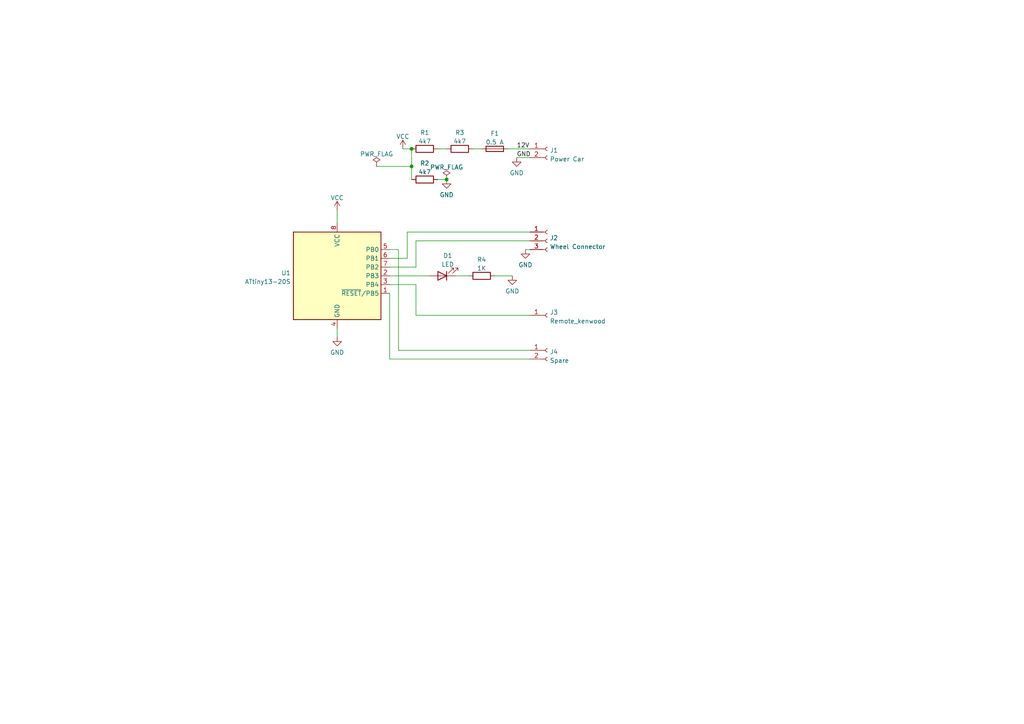
<source format=kicad_sch>
(kicad_sch (version 20211123) (generator eeschema)
  (paper "A4")
  (lib_symbols
    (symbol "Connector:Conn_01x01_Female" (pin_names (offset 1.016) hide)
      (property "Reference" "J" (at 0 2.54 0))
      (property "Value" "Conn_01x01_Female" (at 0 -2.54 0))
      (symbol "Conn_01x01_Female_1_1"
        (polyline (pts (xy -1.27 0) (xy -0.508 0)) (stroke (width 0.1524)))
        (arc (start 0 0.508) (mid -0.508 0) (end 0 -0.508) (stroke (width 0.1524)))
        (pin passive line (at -5.08 0 0) (length 3.81) (name "Pin_1") (number "1"))
      )
    )
    (symbol "Connector:Conn_01x02_Female" (pin_names (offset 1.016) hide)
      (property "Reference" "J" (at 0 2.54 0))
      (property "Value" "Conn_01x02_Female" (at 0 -5.08 0))
      (symbol "Conn_01x02_Female_1_1"
        (arc (start 0 -2.032) (mid -0.508 -2.54) (end 0 -3.048) (stroke (width 0.1524)))
        (polyline (pts (xy -1.27 -2.54) (xy -0.508 -2.54)) (stroke (width 0.1524)))
        (polyline (pts (xy -1.27 0) (xy -0.508 0)) (stroke (width 0.1524)))
        (arc (start 0 0.508) (mid -0.508 0) (end 0 -0.508) (stroke (width 0.1524)))
        (pin passive line (at -5.08 0 0) (length 3.81) (name "Pin_1") (number "1"))
        (pin passive line (at -5.08 -2.54 0) (length 3.81) (name "Pin_2") (number "2"))
      )
    )
    (symbol "Connector:Conn_01x03_Female" (pin_names (offset 1.016) hide)
      (property "Reference" "J" (at 0 5.08 0))
      (property "Value" "Conn_01x03_Female" (at 0 -5.08 0))
      (symbol "Conn_01x03_Female_1_1"
        (arc (start 0 -2.032) (mid -0.508 -2.54) (end 0 -3.048) (stroke (width 0.1524)))
        (polyline (pts (xy -1.27 -2.54) (xy -0.508 -2.54)) (stroke (width 0.1524)))
        (polyline (pts (xy -1.27 0) (xy -0.508 0)) (stroke (width 0.1524)))
        (polyline (pts (xy -1.27 2.54) (xy -0.508 2.54)) (stroke (width 0.1524)))
        (arc (start 0 0.508) (mid -0.508 0) (end 0 -0.508) (stroke (width 0.1524)))
        (arc (start 0 3.048) (mid -0.508 2.54) (end 0 2.032) (stroke (width 0.1524)))
        (pin passive line (at -5.08 2.54 0) (length 3.81) (name "Pin_1") (number "1"))
        (pin passive line (at -5.08 0 0) (length 3.81) (name "Pin_2") (number "2"))
        (pin passive line (at -5.08 -2.54 0) (length 3.81) (name "Pin_3") (number "3"))
      )
    )
    (symbol "Device:Fuse" (pin_numbers hide) (pin_names (offset 0))
      (property "Reference" "F" (at 2.032 0 90))
      (property "Value" "Fuse" (at -1.905 0 90))
      (symbol "Fuse_0_1"
        (rectangle (start -0.762 -2.54) (end 0.762 2.54) (stroke (width 0.254)))
        (polyline (pts (xy 0 2.54) (xy 0 -2.54)))
      )
      (symbol "Fuse_1_1"
        (pin passive line (at 0 3.81 270) (length 1.27) (name "~") (number "1"))
        (pin passive line (at 0 -3.81 90) (length 1.27) (name "~") (number "2"))
      )
    )
    (symbol "Device:LED" (pin_numbers hide) (pin_names (offset 1.016) hide)
      (property "Reference" "D" (at 0 2.54 0))
      (property "Value" "LED" (at 0 -2.54 0))
      (symbol "LED_0_1"
        (polyline (pts (xy -1.27 -1.27) (xy -1.27 1.27)) (stroke (width 0.254)))
        (polyline (pts (xy -1.27 0) (xy 1.27 0)))
        (polyline (pts (xy 1.27 -1.27) (xy 1.27 1.27) (xy -1.27 0) (xy 1.27 -1.27)) (stroke (width 0.254)))
        (polyline (pts (xy -3.048 -0.762) (xy -4.572 -2.286) (xy -3.81 -2.286) (xy -4.572 -2.286) (xy -4.572 -1.524)))
        (polyline (pts (xy -1.778 -0.762) (xy -3.302 -2.286) (xy -2.54 -2.286) (xy -3.302 -2.286) (xy -3.302 -1.524)))
      )
      (symbol "LED_1_1"
        (pin passive line (at -3.81 0 0) (length 2.54) (name "K") (number "1"))
        (pin passive line (at 3.81 0 180) (length 2.54) (name "A") (number "2"))
      )
    )
    (symbol "Device:R" (pin_numbers hide) (pin_names (offset 0))
      (property "Reference" "R" (at 2.032 0 90))
      (property "Value" "R" (at 0 0 90))
      (symbol "R_0_1"
        (rectangle (start -1.016 -2.54) (end 1.016 2.54) (stroke (width 0.254)))
      )
      (symbol "R_1_1"
        (pin passive line (at 0 3.81 270) (length 1.27) (name "~") (number "1"))
        (pin passive line (at 0 -3.81 90) (length 1.27) (name "~") (number "2"))
      )
    )
    (symbol "MCU_Microchip_ATtiny:ATtiny13-20S"
      (property "Reference" "U" (at -12.7 13.97 0))
      (property "Value" "ATtiny13-20S" (at 2.54 -13.97 0))
      (symbol "ATtiny13-20S_0_1"
        (rectangle (start -12.7 -12.7) (end 12.7 12.7) (stroke (width 0.254)) (fill (type background)))
      )
      (symbol "ATtiny13-20S_1_1"
        (pin bidirectional line (at 15.24 -5.08 180) (length 2.54) (name "~{RESET}/PB5") (number "1"))
        (pin bidirectional line (at 15.24 0 180) (length 2.54) (name "PB3") (number "2"))
        (pin bidirectional line (at 15.24 -2.54 180) (length 2.54) (name "PB4") (number "3"))
        (pin power_in line (at 0 -15.24 90) (length 2.54) (name "GND") (number "4"))
        (pin bidirectional line (at 15.24 7.62 180) (length 2.54) (name "PB0") (number "5"))
        (pin bidirectional line (at 15.24 5.08 180) (length 2.54) (name "PB1") (number "6"))
        (pin bidirectional line (at 15.24 2.54 180) (length 2.54) (name "PB2") (number "7"))
        (pin power_in line (at 0 15.24 270) (length 2.54) (name "VCC") (number "8"))
      )
    )
    (symbol "power:GND" (power) (pin_names (offset 0))
      (property "Value" "GND" (at 0 -3.81 0))
      (symbol "GND_0_1"
        (polyline (pts (xy 0 0) (xy 0 -1.27) (xy 1.27 -1.27) (xy 0 -2.54) (xy -1.27 -1.27) (xy 0 -1.27)))
      )
      (symbol "GND_1_1"
        (pin power_in line (at 0 0 270) (length 0) hide (name "GND") (number "1"))
      )
    )
    (symbol "power:PWR_FLAG" (power) (pin_numbers hide) (pin_names (offset 0) hide)
      (property "Value" "PWR_FLAG" (at 0 3.81 0))
      (symbol "PWR_FLAG_0_0"
        (pin power_out line (at 0 0 90) (length 0) (name "pwr") (number "1"))
      )
      (symbol "PWR_FLAG_0_1"
        (polyline (pts (xy 0 0) (xy 0 1.27) (xy -1.016 1.905) (xy 0 2.54) (xy 1.016 1.905) (xy 0 1.27)))
      )
    )
    (symbol "power:VCC" (power) (pin_names (offset 0))
      (property "Value" "VCC" (at 0 3.81 0))
      (symbol "VCC_0_1"
        (polyline (pts (xy -0.762 1.27) (xy 0 2.54)))
        (polyline (pts (xy 0 0) (xy 0 2.54)))
        (polyline (pts (xy 0 2.54) (xy 0.762 1.27)))
      )
      (symbol "VCC_1_1"
        (pin power_in line (at 0 0 90) (length 0) hide (name "VCC") (number "1"))
      )
    )
  )
  (junction (at 119.38 43.18))
  (junction (at 129.54 52.07))
  (junction (at 119.38 48.26))
  (wire (pts (xy 132.08 80.01) (xy 135.89 80.01)))
  (wire (pts (xy 113.03 85.09) (xy 113.03 104.14)))
  (wire (pts (xy 118.11 67.31) (xy 118.11 74.93)))
  (wire (pts (xy 153.67 67.31) (xy 118.11 67.31)))
  (wire (pts (xy 120.65 82.55) (xy 113.03 82.55)))
  (wire (pts (xy 116.84 43.18) (xy 119.38 43.18)))
  (wire (pts (xy 115.57 101.6) (xy 153.67 101.6)))
  (wire (pts (xy 119.38 48.26) (xy 119.38 52.07)))
  (wire (pts (xy 153.67 69.85) (xy 120.65 69.85)))
  (wire (pts (xy 109.22 48.26) (xy 119.38 48.26)))
  (wire (pts (xy 113.03 72.39) (xy 115.57 72.39)))
  (wire (pts (xy 127 43.18) (xy 129.54 43.18)))
  (wire (pts (xy 115.57 72.39) (xy 115.57 101.6)))
  (wire (pts (xy 127 52.07) (xy 129.54 52.07)))
  (wire (pts (xy 118.11 74.93) (xy 113.03 74.93)))
  (wire (pts (xy 120.65 69.85) (xy 120.65 77.47)))
  (wire (pts (xy 137.16 43.18) (xy 139.7 43.18)))
  (wire (pts (xy 152.4 72.39) (xy 153.67 72.39)))
  (wire (pts (xy 120.65 77.47) (xy 113.03 77.47)))
  (wire (pts (xy 97.79 95.25) (xy 97.79 97.79)))
  (wire (pts (xy 143.51 80.01) (xy 148.59 80.01)))
  (wire (pts (xy 120.65 91.44) (xy 120.65 82.55)))
  (wire (pts (xy 113.03 104.14) (xy 153.67 104.14)))
  (wire (pts (xy 149.86 45.72) (xy 153.67 45.72)))
  (wire (pts (xy 119.38 43.18) (xy 119.38 48.26)))
  (wire (pts (xy 147.32 43.18) (xy 153.67 43.18)))
  (wire (pts (xy 97.79 60.96) (xy 97.79 64.77)))
  (wire (pts (xy 153.67 91.44) (xy 120.65 91.44)))
  (wire (pts (xy 113.03 80.01) (xy 124.46 80.01)))
  (label "12V" (at 149.86 43.18 0))
  (label "GND" (at 149.86 45.72 0))
  (symbol (lib_id "power:GND") (at 149.86 45.72 0) (unit 1)
    (property "Reference" "#PWR06" (effects hide))
    (property "Value" "GND" (at 149.86 50.1634 0))
  )
  (symbol (lib_id "power:VCC") (at 116.84 43.18 0) (unit 1)
    (property "Reference" "#PWR03" (effects hide))
    (property "Value" "VCC" (at 116.84 39.6042 0))
  )
  (symbol (lib_id "power:PWR_FLAG") (at 129.54 52.07 0) (unit 1)
    (property "Reference" "#FLG02" (effects hide))
    (property "Value" "PWR_FLAG" (at 129.54 48.4942 0))
  )
  (symbol (lib_id "Connector:Conn_01x01_Female") (at 158.75 91.44 0) (unit 1)
    (property "Reference" "J3" (at 159.4612 90.6053 0) (effects (justify left)))
    (property "Value" "Remote_kenwood" (at 159.4612 93.1422 0) (effects (justify left)))
  )
  (symbol (lib_id "Device:R") (at 139.7 80.01 90) (unit 1)
    (property "Reference" "R4" (at 139.7 75.2942 90))
    (property "Value" "1K" (at 139.7 77.8311 90))
    (property "Footprint" "Resistor_THT:R_Axial_DIN0204_L3.6mm_D1.6mm_P5.08mm_Horizontal" (effects hide))
  )
  (symbol (lib_id "Connector:Conn_01x03_Female") (at 158.75 69.85 0) (unit 1)
    (property "Reference" "J2" (at 159.4612 69.0153 0) (effects (justify left)))
    (property "Value" "Wheel Connector" (at 159.4612 71.5522 0) (effects (justify left)))
  )
  (symbol (lib_id "power:PWR_FLAG") (at 109.22 48.26 0) (unit 1)
    (property "Reference" "#FLG01" (effects hide))
    (property "Value" "PWR_FLAG" (at 109.22 44.6842 0))
  )
  (symbol (lib_id "power:VCC") (at 97.79 60.96 0) (unit 1)
    (property "Reference" "#PWR01" (effects hide))
    (property "Value" "VCC" (at 97.79 57.3842 0))
  )
  (symbol (lib_id "Device:R") (at 123.19 52.07 90) (unit 1)
    (property "Reference" "R2" (at 123.19 47.3542 90))
    (property "Value" "4k7" (at 123.19 49.8911 90))
    (property "Footprint" "Resistor_THT:R_Axial_DIN0207_L6.3mm_D2.5mm_P10.16mm_Horizontal" (effects hide))
  )
  (symbol (lib_id "power:GND") (at 152.4 72.39 0) (unit 1)
    (property "Reference" "#PWR07" (effects hide))
    (property "Value" "GND" (at 152.4 76.8334 0))
  )
  (symbol (lib_id "Device:R") (at 133.35 43.18 90) (unit 1)
    (property "Reference" "R3" (at 133.35 38.4642 90))
    (property "Value" "4k7" (at 133.35 41.0011 90))
    (property "Footprint" "Resistor_THT:R_Axial_DIN0207_L6.3mm_D2.5mm_P10.16mm_Horizontal" (effects hide))
  )
  (symbol (lib_id "power:GND") (at 148.59 80.01 0) (unit 1)
    (property "Reference" "#PWR05" (effects hide))
    (property "Value" "GND" (at 148.59 84.4534 0))
  )
  (symbol (lib_id "Device:R") (at 123.19 43.18 90) (unit 1)
    (property "Reference" "R1" (at 123.19 38.4642 90))
    (property "Value" "4k7" (at 123.19 41.0011 90))
    (property "Footprint" "Resistor_THT:R_Axial_DIN0207_L6.3mm_D2.5mm_P10.16mm_Horizontal" (effects hide))
  )
  (symbol (lib_id "Connector:Conn_01x02_Female") (at 158.75 101.6 0) (unit 1)
    (property "Reference" "J4" (at 159.4612 102.0353 0) (effects (justify left)))
    (property "Value" "Spare" (at 159.4612 104.5722 0) (effects (justify left)))
  )
  (symbol (lib_id "power:GND") (at 97.79 97.79 0) (unit 1)
    (property "Reference" "#PWR02" (effects hide))
    (property "Value" "GND" (at 97.79 102.2334 0))
  )
  (symbol (lib_id "Device:Fuse") (at 143.51 43.18 90) (unit 1)
    (property "Reference" "F1" (at 143.51 38.7182 90))
    (property "Value" "0.5 A" (at 143.51 41.2551 90))
    (property "Footprint" "Fuse:Fuseholder_Clip-5x20mm_Bel_FC-203-22_Lateral_P17.80x5.00mm_D1.17mm_Horizontal" (effects hide))
  )
  (symbol (lib_id "Device:LED") (at 128.27 80.01 180) (unit 1)
    (property "Reference" "D1" (at 129.8575 74.1512 0))
    (property "Value" "LED" (at 129.8575 76.6881 0))
    (property "Footprint" "LED_SMD:LED_0805_2012Metric_Pad1.15x1.40mm_HandSolder" (effects hide))
  )
  (symbol (lib_id "MCU_Microchip_ATtiny:ATtiny13-20S") (at 97.79 80.01 0) (unit 1)
    (property "Reference" "U1" (at 84.3281 79.1753 0) (effects (justify right)))
    (property "Value" "ATtiny13-20S" (at 84.3281 81.7122 0) (effects (justify right)))
    (property "Footprint" "Package_SO:SOIC-8W_5.3x5.3mm_P1.27mm" (effects hide))
    (property "Datasheet" "http://ww1.microchip.com/downloads/en/DeviceDoc/doc2535.pdf" (effects hide))
  )
  (symbol (lib_id "power:GND") (at 129.54 52.07 0) (unit 1)
    (property "Reference" "#PWR04" (effects hide))
    (property "Value" "GND" (at 129.54 56.5134 0))
  )
  (symbol (lib_id "Connector:Conn_01x02_Female") (at 158.75 43.18 0) (unit 1)
    (property "Reference" "J1" (at 159.4612 43.6153 0) (effects (justify left)))
    (property "Value" "Power Car" (at 159.4612 46.1522 0) (effects (justify left)))
  )
)
</source>
